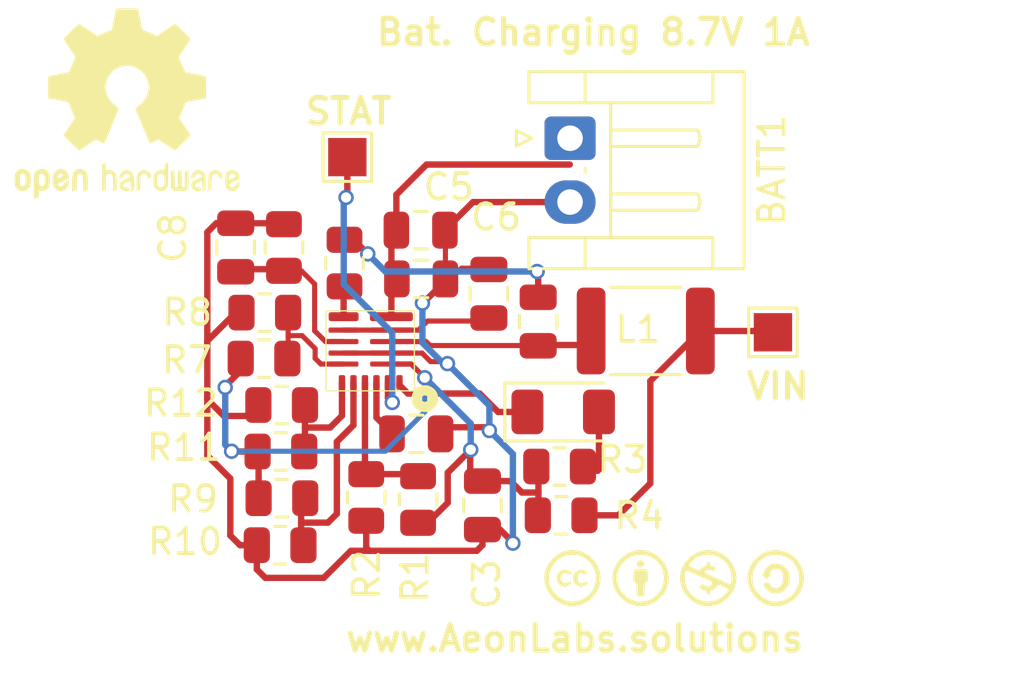
<source format=kicad_pcb>
(kicad_pcb (version 20211014) (generator pcbnew)
  (layers (0 "F.Cu" signal) (31 "B.Cu" signal) (34 "B.Paste" user) (35 "F.Paste" user) (36 "B.SilkS" user "B.Silkscreen") (37 "F.SilkS" user "F.Silkscreen") (38 "B.Mask" user) (39 "F.Mask" user) (44 "Edge.Cuts" user))
  (net 0 "")
  (net 1 "GND")
  (net 2 "BATTERY")
  (net 3 "Net-(U1-Pad16)")
  (net 4 "Net-(U1-Pad10)")
  (net 5 "Net-(U1-Pad3)")
  (net 6 "Net-(U1-Pad9)")
  (net 7 "Net-(R6-Pad1)")
  (net 8 "Net-(U1-Pad14)")
  (net 9 "Net-(U1-Pad1)")
  (net 10 "Net-(R3-Pad1)")
  (net 11 "VIN_DC5V0")
  (net 12 "NTC")
  (net 13 "Net-(U1-Pad11)")
  (net 14 "Net-(U1-Pad7)")
  (net 15 "Net-(U1-Pad5)")
  (net 16 "Net-(U1-Pad6)")
  (net 17 "SYSRT")
  (footprint "Resistor_SMD:R_0805_2012Metric" (layer "F.Cu") (at 129.5 71.3)
    (fp_text reference "R12" (at -3.94 -0.07) (layer "F.SilkS"))
    (fp_text value "110K")
    (pad "1" smd roundrect (at -0.9125 0) (size 1.025 1.4) (layers "F.Cu" "F.Paste" "F.Mask") (roundrect_rratio 0.243902) (net 1 "GND"))
    (pad "2" smd roundrect (at 0.9125 0) (size 1.025 1.4) (layers "F.Cu" "F.Paste" "F.Mask") (roundrect_rratio 0.243902) (net 16 "Net-(U1-Pad6)"))
  )
  (footprint "Capacitor_SMD:C_0805_2012Metric" (layer "F.Cu") (at 137.61 66.94 90)
    (fp_text reference "C4" hide)
    (fp_text value "10uF")
    (pad "1" smd roundrect (at -0.95 0 90) (size 1 1.45) (layers "F.Cu" "F.Paste" "F.Mask") (net 4 "Net-(U1-Pad10)"))
    (pad "2" smd roundrect (at 0.95 0 90) (size 1 1.45) (layers "F.Cu" "F.Paste" "F.Mask") (net 1 "GND"))
  )
  (footprint "Symbol:OSHW-Logo2_9.8x8mm_SilkScreen" (layer "F.Cu") (at 123.45 59.48)
    (fp_text reference "REF**" hide)
    (fp_text value "OSHW-Logo2_9.8x8mm_SilkScreen" hide)
  )
  (footprint "Resistor_SMD:R_0805_2012Metric" (layer "F.Cu") (at 134.84 75 90)
    (fp_text reference "R1" (at -3.07 -0.12 90) (layer "F.SilkS"))
    (fp_text value "10K")
    (pad "1" smd roundrect (at -0.9125 0 90) (size 1.025 1.4) (layers "F.Cu" "F.Paste" "F.Mask") (roundrect_rratio 0.243902) (net 3 "Net-(U1-Pad16)"))
    (pad "2" smd roundrect (at 0.9125 0 90) (size 1.025 1.4) (layers "F.Cu" "F.Paste" "F.Mask") (roundrect_rratio 0.243902) (net 12 "NTC"))
  )
  (footprint "AeonLabs Logosy:aeon creative commons logos" (layer "F.Cu") (at 144.8498 78.028532)
    (fp_text reference "G***" hide)
    (fp_text value "LOGO" hide)
  )
  (footprint "Resistor_SMD:R_0805_2012Metric" (layer "F.Cu") (at 129.51 74.95)
    (fp_text reference "R9" (at -3.48 0.03) (layer "F.SilkS"))
    (fp_text value "nc")
    (pad "1" smd roundrect (at -0.9125 0) (size 1.025 1.4) (layers "F.Cu" "F.Paste" "F.Mask") (roundrect_rratio 0.243902) (net 3 "Net-(U1-Pad16)"))
    (pad "2" smd roundrect (at 0.9125 0) (size 1.025 1.4) (layers "F.Cu" "F.Paste" "F.Mask") (roundrect_rratio 0.243902) (net 15 "Net-(U1-Pad5)"))
  )
  (footprint "Resistor_SMD:R_0805_2012Metric" (layer "F.Cu") (at 132.81 74.92 -90)
    (fp_text reference "R2" (at 3.03 -0.01 90) (layer "F.SilkS"))
    (fp_text value "10K")
    (pad "1" smd roundrect (at -0.9125 0 270) (size 1.025 1.4) (layers "F.Cu" "F.Paste" "F.Mask") (roundrect_rratio 0.243902) (net 12 "NTC"))
    (pad "2" smd roundrect (at 0.9125 0 270) (size 1.025 1.4) (layers "F.Cu" "F.Paste" "F.Mask") (roundrect_rratio 0.243902) (net 1 "GND"))
  )
  (footprint "Capacitor_SMD:C_0805_2012Metric" (layer "F.Cu") (at 134.94 64.45)
    (fp_text reference "C5" (at 1.1 -1.69) (layer "F.SilkS"))
    (fp_text value "10uF")
    (pad "1" smd roundrect (at -0.95 0) (size 1 1.45) (layers "F.Cu" "F.Paste" "F.Mask") (net 2 "BATTERY"))
    (pad "2" smd roundrect (at 0.95 0) (size 1 1.45) (layers "F.Cu" "F.Paste" "F.Mask") (net 1 "GND"))
  )
  (footprint "Capacitor_SMD:C_0805_2012Metric" (layer "F.Cu") (at 127.7 65.13 90)
    (fp_text reference "C8" (at 0.38 -2.46 90) (layer "F.SilkS"))
    (fp_text value "NC")
    (pad "1" smd roundrect (at -0.95 0 90) (size 1 1.45) (layers "F.Cu" "F.Paste" "F.Mask") (net 6 "Net-(U1-Pad9)"))
    (pad "2" smd roundrect (at 0.95 0 90) (size 1 1.45) (layers "F.Cu" "F.Paste" "F.Mask") (net 1 "GND"))
  )
  (footprint "Resistor_SMD:R_0805_2012Metric" (layer "F.Cu") (at 129.47 73.12)
    (fp_text reference "R11" (at -3.79 -0.16) (layer "F.SilkS"))
    (fp_text value "300K")
    (pad "1" smd roundrect (at -0.9125 0) (size 1.025 1.4) (layers "F.Cu" "F.Paste" "F.Mask") (roundrect_rratio 0.243902) (net 3 "Net-(U1-Pad16)"))
    (pad "2" smd roundrect (at 0.9125 0) (size 1.025 1.4) (layers "F.Cu" "F.Paste" "F.Mask") (roundrect_rratio 0.243902) (net 16 "Net-(U1-Pad6)"))
  )
  (footprint "Capacitor_SMD:C_0805_2012Metric" (layer "F.Cu") (at 137.36 75.23 -90)
    (fp_text reference "C3" (at 3.09 -0.16 90) (layer "F.SilkS"))
    (fp_text value "2.2uF")
    (pad "1" smd roundrect (at -0.95 0 270) (size 1 1.45) (layers "F.Cu" "F.Paste" "F.Mask") (net 3 "Net-(U1-Pad16)"))
    (pad "2" smd roundrect (at 0.95 0 270) (size 1 1.45) (layers "F.Cu" "F.Paste" "F.Mask") (net 1 "GND"))
  )
  (footprint "Resistor_SMD:R_0805_2012Metric" (layer "F.Cu") (at 129.59 65.13 -90)
    (fp_text reference "R5" hide)
    (fp_text value "10K")
    (pad "1" smd roundrect (at -0.9125 0 270) (size 1.025 1.4) (layers "F.Cu" "F.Paste" "F.Mask") (roundrect_rratio 0.243902) (net 1 "GND"))
    (pad "2" smd roundrect (at 0.9125 0 270) (size 1.025 1.4) (layers "F.Cu" "F.Paste" "F.Mask") (roundrect_rratio 0.243902) (net 6 "Net-(U1-Pad9)"))
  )
  (footprint "Capacitor_SMD:C_0805_2012Metric" (layer "F.Cu") (at 139.54 68.03 -90)
    (fp_text reference "C9" hide)
    (fp_text value "100nF")
    (pad "1" smd roundrect (at -0.95 0 270) (size 1 1.45) (layers "F.Cu" "F.Paste" "F.Mask") (net 7 "Net-(R6-Pad1)"))
    (pad "2" smd roundrect (at 0.95 0 270) (size 1 1.45) (layers "F.Cu" "F.Paste" "F.Mask") (net 8 "Net-(U1-Pad14)"))
  )
  (footprint "Capacitor_SMD:C_0805_2012Metric" (layer "F.Cu") (at 134.77 72.43)
    (fp_text reference "C7" hide)
    (fp_text value "1uF")
    (pad "1" smd roundrect (at -0.95 0) (size 1 1.45) (layers "F.Cu" "F.Paste" "F.Mask") (net 5 "Net-(U1-Pad3)"))
    (pad "2" smd roundrect (at 0.95 0) (size 1 1.45) (layers "F.Cu" "F.Paste" "F.Mask") (net 1 "GND"))
  )
  (footprint "Battery Chargers:SY6982E 7.4V 2A QFN3x3-16" (layer "F.Cu") (at 132.84 69.14 180)
    (fp_text reference "U1" hide)
    (fp_text value "SY6982_7V4_2A_QFN16")
    (pad "1" smd roundrect (at -1.27 -1.275 180) (size 0.25 0.575) (layers "F.Cu" "F.Paste" "F.Mask") (net 9 "Net-(U1-Pad1)"))
    (pad "2" smd roundrect (at -0.82 -1.275 180) (size 0.25 0.575) (layers "F.Cu" "F.Paste" "F.Mask") (net 17 "SYSRT"))
    (pad "3" smd roundrect (at -0.37 -1.275 180) (size 0.25 0.575) (layers "F.Cu" "F.Paste" "F.Mask") (net 5 "Net-(U1-Pad3)"))
    (pad "4" smd roundrect (at 0.08 -1.275 180) (size 0.25 0.575) (layers "F.Cu" "F.Paste" "F.Mask") (net 12 "NTC"))
    (pad "5" smd roundrect (at 0.53 -1.275 180) (size 0.25 0.575) (layers "F.Cu" "F.Paste" "F.Mask") (net 15 "Net-(U1-Pad5)"))
    (pad "6" smd roundrect (at 0.98 -1.275 180) (size 0.25 0.575) (layers "F.Cu" "F.Paste" "F.Mask") (net 16 "Net-(U1-Pad6)"))
    (pad "7" smd roundrect (at 0.92 -0.555 180) (size 1.17 0.2) (layers "F.Cu" "F.Paste" "F.Mask") (net 14 "Net-(U1-Pad7)"))
    (pad "8" smd roundrect (at 0.92 -0.125 180) (size 1.17 0.2) (layers "F.Cu" "F.Paste" "F.Mask") (net 1 "GND"))
    (pad "9" smd roundrect (at 0.92 0.325 180) (size 1.17 0.2) (layers "F.Cu" "F.Paste" "F.Mask") (net 6 "Net-(U1-Pad9)"))
    (pad "10" smd roundrect (at 0.92 0.775 180) (size 1.17 0.2) (layers "F.Cu" "F.Paste" "F.Mask") (net 4 "Net-(U1-Pad10)"))
    (pad "11" smd roundrect (at 0.915 1.3 180) (size 1.17 0.35) (layers "F.Cu" "F.Paste" "F.Mask") (net 13 "Net-(U1-Pad11)"))
    (pad "12" smd roundrect (at -0.955 1.3 180) (size 1.68 0.35) (layers "F.Cu" "F.Paste" "F.Mask") (net 2 "BATTERY"))
    (pad "13" smd roundrect (at -0.96 0.775 180) (size 1.68 0.2) (layers "F.Cu" "F.Paste" "F.Mask") (net 4 "Net-(U1-Pad10)"))
    (pad "14" smd roundrect (at -0.96 0.325 180) (size 1.68 0.2) (layers "F.Cu" "F.Paste" "F.Mask") (net 8 "Net-(U1-Pad14)"))
    (pad "15" smd roundrect (at -0.96 -0.125 180) (size 1.68 0.2) (layers "F.Cu" "F.Paste" "F.Mask") (net 1 "GND"))
    (pad "16" smd roundrect (at -0.965 -0.555 180) (size 1.68 0.2) (layers "F.Cu" "F.Paste" "F.Mask") (net 3 "Net-(U1-Pad16)"))
  )
  (footprint "LED_SMD:LED_1206_3216Metric" (layer "F.Cu") (at 140.52 71.57)
    (fp_text reference "D1" hide)
    (fp_text value "LED")
    (pad "1" smd roundrect (at -1.4 0) (size 1.25 1.75) (layers "F.Cu" "F.Paste" "F.Mask") (roundrect_rratio 0.2) (net 9 "Net-(U1-Pad1)"))
    (pad "2" smd roundrect (at 1.4 0) (size 1.25 1.75) (layers "F.Cu" "F.Paste" "F.Mask") (roundrect_rratio 0.2) (net 10 "Net-(R3-Pad1)"))
  )
  (footprint "Inductor_SMD:L_1812_4532Metric" (layer "F.Cu") (at 143.75 68.4 180)
    (fp_text reference "L1" (at 0.3 0.07) (layer "F.SilkS"))
    (fp_text value "2.2uH")
    (pad "1" smd roundrect (at -2.1375 0 180) (size 1.125 3.4) (layers "F.Cu" "F.Paste" "F.Mask") (roundrect_rratio 0.222222) (net 11 "VIN_DC5V0"))
    (pad "2" smd roundrect (at 2.1375 0 180) (size 1.125 3.4) (layers "F.Cu" "F.Paste" "F.Mask") (roundrect_rratio 0.222222) (net 8 "Net-(U1-Pad14)"))
  )
  (footprint "Capacitor_SMD:C_0805_2012Metric" (layer "F.Cu") (at 134.96 66.36)
    (fp_text reference "C6" (at 2.93 -2.42) (layer "F.SilkS"))
    (fp_text value "10uF")
    (pad "1" smd roundrect (at -0.95 0) (size 1 1.45) (layers "F.Cu" "F.Paste" "F.Mask") (net 2 "BATTERY"))
    (pad "2" smd roundrect (at 0.95 0) (size 1 1.45) (layers "F.Cu" "F.Paste" "F.Mask") (net 1 "GND"))
  )
  (footprint "Connector_JST:JST_EH_S2B-EH_1x02_P2.50mm_Horizontal" (layer "F.Cu") (at 140.7875 60.85 -90)
    (fp_text reference "BATT1" (at 1.25 -7.9 90) (layer "F.SilkS"))
    (fp_text value "8V4 - 8V7")
    (pad "1" thru_hole roundrect (at 0 0 270) (size 1.7 2) (drill 1) (layers *.Cu *.Mask) (roundrect_rratio 0.147059) (net 2 "BATTERY"))
    (pad "2" thru_hole oval (at 2.5 0 270) (size 1.7 2) (drill 1) (layers *.Cu *.Mask) (net 1 "GND"))
  )
  (footprint "TestPoint:TestPoint_Pad_1.5x1.5mm" (layer "F.Cu") (at 132.07 61.59)
    (fp_text reference "REF**" hide)
    (fp_text value "TestPoint_Pad_1.5x1.5mm")
    (pad "1" smd rect (at 0 0) (size 1.5 1.5) (layers "F.Cu" "F.Mask"))
  )
  (footprint "TestPoint:TestPoint_Pad_1.5x1.5mm" (layer "F.Cu") (at 148.73 68.45)
    (fp_text reference "REF**" hide)
    (fp_text value "TestPoint_Pad_1.5x1.5mm")
    (pad "1" smd rect (at 0 0) (size 1.5 1.5) (layers "F.Cu" "F.Mask"))
  )
  (footprint "Resistor_SMD:R_0805_2012Metric" (layer "F.Cu") (at 140.44 75.62 180)
    (fp_text reference "R4" (at -3.06 -0.02) (layer "F.SilkS"))
    (fp_text value "1R")
    (pad "1" smd roundrect (at -0.9125 0 180) (size 1.025 1.4) (layers "F.Cu" "F.Paste" "F.Mask") (roundrect_rratio 0.243902) (net 11 "VIN_DC5V0"))
    (pad "2" smd roundrect (at 0.9125 0 180) (size 1.025 1.4) (layers "F.Cu" "F.Paste" "F.Mask") (roundrect_rratio 0.243902) (net 3 "Net-(U1-Pad16)"))
  )
  (footprint "Resistor_SMD:R_0805_2012Metric" (layer "F.Cu") (at 128.84 67.68)
    (fp_text reference "R8" (at -3.04 -0.01) (layer "F.SilkS"))
    (fp_text value "NC")
    (pad "1" smd roundrect (at -0.9125 0) (size 1.025 1.4) (layers "F.Cu" "F.Paste" "F.Mask") (roundrect_rratio 0.243902) (net 1 "GND"))
    (pad "2" smd roundrect (at 0.9125 0) (size 1.025 1.4) (layers "F.Cu" "F.Paste" "F.Mask") (roundrect_rratio 0.243902) (net 14 "Net-(U1-Pad7)"))
  )
  (footprint "Resistor_SMD:R_0805_2012Metric" (layer "F.Cu") (at 129.44 76.79)
    (fp_text reference "R10" (at -3.72 -0.14) (layer "F.SilkS"))
    (fp_text value "10K")
    (pad "1" smd roundrect (at -0.9125 0) (size 1.025 1.4) (layers "F.Cu" "F.Paste" "F.Mask") (roundrect_rratio 0.243902) (net 1 "GND"))
    (pad "2" smd roundrect (at 0.9125 0) (size 1.025 1.4) (layers "F.Cu" "F.Paste" "F.Mask") (roundrect_rratio 0.243902) (net 15 "Net-(U1-Pad5)"))
  )
  (footprint "Resistor_SMD:R_0805_2012Metric" (layer "F.Cu") (at 140.38 73.71 180)
    (fp_text reference "R3" (at -2.46 0.28) (layer "F.SilkS"))
    (fp_text value "2K")
    (pad "1" smd roundrect (at -0.9125 0 180) (size 1.025 1.4) (layers "F.Cu" "F.Paste" "F.Mask") (roundrect_rratio 0.243902) (net 10 "Net-(R3-Pad1)"))
    (pad "2" smd roundrect (at 0.9125 0 180) (size 1.025 1.4) (layers "F.Cu" "F.Paste" "F.Mask") (roundrect_rratio 0.243902) (net 3 "Net-(U1-Pad16)"))
  )
  (footprint "Resistor_SMD:R_0805_2012Metric" (layer "F.Cu") (at 131.96 65.74 -90)
    (fp_text reference "R6" hide)
    (fp_text value "0R")
    (pad "1" smd roundrect (at -0.9125 0 270) (size 1.025 1.4) (layers "F.Cu" "F.Paste" "F.Mask") (roundrect_rratio 0.243902) (net 7 "Net-(R6-Pad1)"))
    (pad "2" smd roundrect (at 0.9125 0 270) (size 1.025 1.4) (layers "F.Cu" "F.Paste" "F.Mask") (roundrect_rratio 0.243902) (net 13 "Net-(U1-Pad11)"))
  )
  (footprint "Resistor_SMD:R_0805_2012Metric" (layer "F.Cu") (at 128.81 69.48)
    (fp_text reference "R7" (at -3.02 0.06) (layer "F.SilkS"))
    (fp_text value "10K")
    (pad "1" smd roundrect (at -0.9125 0) (size 1.025 1.4) (layers "F.Cu" "F.Paste" "F.Mask") (roundrect_rratio 0.243902) (net 3 "Net-(U1-Pad16)"))
    (pad "2" smd roundrect (at 0.9125 0) (size 1.025 1.4) (layers "F.Cu" "F.Paste" "F.Mask") (roundrect_rratio 0.243902) (net 14 "Net-(U1-Pad7)"))
  )
  (gr_text "Bat. Charging 8.7V 1A" (at 141.69 56.7) (layer "F.SilkS") (effects (font (size 1 1) (thickness 0.2))))
  (gr_text "www.AeonLabs.solutions" (at 140.97 80.45) (layer "F.SilkS") (effects (font (size 1 1) (thickness 0.2))))
  (gr_text "VIN" (at 148.92 70.57) (layer "F.SilkS") (effects (font (size 1 1) (thickness 0.2))))
  (gr_text "STAT" (at 132.12 59.8) (layer "F.SilkS") (effects (font (size 1 1) (thickness 0.2))))
  (segment (start 129.5525 64.18) (end 129.59 64.2175) (width 0.25) (layer "F.Cu") (net 1))
  (segment (start 135.72 72.43) (end 135.72 72.42) (width 0.25) (layer "F.Cu") (net 1))
  (segment (start 132.81 75.8325) (end 132.81 76.41) (width 0.25) (layer "F.Cu") (net 1))
  (segment (start 135.91 66.36) (end 135.91 64.47) (width 0.2) (layer "F.Cu") (net 1))
  (segment (start 128.5275 77.7375) (end 128.5275 76.79) (width 0.25) (layer "F.Cu") (net 1))
  (segment (start 137.14 77.01) (end 137.36 76.79) (width 0.25) (layer "F.Cu") (net 1))
  (segment (start 132.21 77.01) (end 131.15 78.07) (width 0.25) (layer "F.Cu") (net 1))
  (segment (start 135.91 64.47) (end 135.89 64.45) (width 0.2) (layer "F.Cu") (net 1))
  (segment (start 127.24 71.73) (end 126.59 71.08) (width 0.25) (layer "F.Cu") (net 1))
  (segment (start 140.7875 63.35) (end 136.99 63.35) (width 0.25) (layer "F.Cu") (net 1))
  (segment (start 126.59 68.79) (end 127.7 67.68) (width 0.25) (layer "F.Cu") (net 1))
  (segment (start 126.59 73.28) (end 127.49 74.18) (width 0.25) (layer "F.Cu") (net 1))
  (segment (start 135.97 72.17) (end 137.5 72.17) (width 0.25) (layer "F.Cu") (net 1))
  (segment (start 126.94 64.18) (end 127.7 64.18) (width 0.25) (layer "F.Cu") (net 1))
  (segment (start 131.15 78.07) (end 128.86 78.07) (width 0.25) (layer "F.Cu") (net 1))
  (segment (start 126.59 71.08) (end 126.59 70.77) (width 0.25) (layer "F.Cu") (net 1))
  (segment (start 134.995 69.265) (end 135.33 69.6) (width 0.2) (layer "F.Cu") (net 1))
  (segment (start 126.59 69.09) (end 126.59 68.79) (width 0.25) (layer "F.Cu") (net 1))
  (segment (start 138.05 76.18) (end 138.5 76.63) (width 0.25) (layer "F.Cu") (net 1))
  (segment (start 126.59 70.77) (end 126.59 73.28) (width 0.25) (layer "F.Cu") (net 1))
  (segment (start 132.81 76.89) (end 132.93 77.01) (width 0.25) (layer "F.Cu") (net 1))
  (segment (start 137.5 72.17) (end 137.63 72.3) (width 0.25) (layer "F.Cu") (net 1))
  (segment (start 132.93 77.01) (end 137.14 77.01) (width 0.25) (layer "F.Cu") (net 1))
  (segment (start 126.59 70.77) (end 126.59 69.09) (width 0.25) (layer "F.Cu") (net 1))
  (segment (start 127.49 74.18) (end 127.49 76.41) (width 0.25) (layer "F.Cu") (net 1))
  (segment (start 127.7 67.68) (end 127.9275 67.68) (width 0.25) (layer "F.Cu") (net 1))
  (segment (start 137.36 76.79) (end 137.36 76.18) (width 0.25) (layer "F.Cu") (net 1))
  (segment (start 126.59 64.53) (end 126.94 64.18) (width 0.25) (layer "F.Cu") (net 1))
  (segment (start 135.91 66.36) (end 135.91 66.43) (width 0.2) (layer "F.Cu") (net 1))
  (segment (start 132.21 77.01) (end 132.93 77.01) (width 0.25) (layer "F.Cu") (net 1))
  (segment (start 135.33 69.6) (end 136.11 69.6) (width 0.2) (layer "F.Cu") (net 1))
  (segment (start 126.59 69.09) (end 126.59 64.53) (width 0.25) (layer "F.Cu") (net 1))
  (segment (start 135.91 66.36) (end 136.12 66.36) (width 0.2) (layer "F.Cu") (net 1))
  (segment (start 127.49 76.41) (end 127.87 76.79) (width 0.25) (layer "F.Cu") (net 1))
  (segment (start 133.8 69.265) (end 131.92 69.265) (width 0.2) (layer "F.Cu") (net 1))
  (segment (start 127.7 64.18) (end 129.5525 64.18) (width 0.25) (layer "F.Cu") (net 1))
  (segment (start 135.72 72.42) (end 135.97 72.17) (width 0.25) (layer "F.Cu") (net 1))
  (segment (start 127.87 76.79) (end 128.5275 76.79) (width 0.25) (layer "F.Cu") (net 1))
  (segment (start 128.5875 71.73) (end 127.24 71.73) (width 0.25) (layer "F.Cu") (net 1))
  (segment (start 136.54 65.94) (end 137.56 65.94) (width 0.2) (layer "F.Cu") (net 1))
  (segment (start 128.86 78.07) (end 128.5275 77.7375) (width 0.25) (layer "F.Cu") (net 1))
  (segment (start 133.8 69.265) (end 134.995 69.265) (width 0.2) (layer "F.Cu") (net 1))
  (segment (start 136.99 63.35) (end 135.89 64.45) (width 0.25) (layer "F.Cu") (net 1))
  (segment (start 135.91 66.43) (end 135.09 67.25) (width 0.25) (layer "F.Cu") (net 1))
  (segment (start 137.36 76.18) (end 138.05 76.18) (width 0.25) (layer "F.Cu") (net 1))
  (segment (start 136.12 66.36) (end 136.54 65.94) (width 0.2) (layer "F.Cu") (net 1))
  (segment (start 132.81 75.8325) (end 132.81 76.89) (width 0.25) (layer "F.Cu") (net 1))
  (segment (start 137.56 65.94) (end 137.61 65.99) (width 0.2) (layer "F.Cu") (net 1))
  (via (at 135.01 67.31) (size 0.6) (drill 0.4) (layers "F.Cu" "B.Cu") (net 1))
  (via (at 135.99 69.68) (size 0.6) (drill 0.4) (layers "F.Cu" "B.Cu") (net 1))
  (via (at 138.55 76.71) (size 0.6) (drill 0.4) (layers "F.Cu" "B.Cu") (net 1))
  (via (at 137.63 72.3) (size 0.6) (drill 0.4) (layers "F.Cu" "B.Cu") (net 1))
  (segment (start 135.99 69.68) (end 135.83 69.68) (width 0.25) (layer "B.Cu") (net 1))
  (segment (start 135.01 68.86) (end 135.01 67.31) (width 0.25) (layer "B.Cu") (net 1))
  (segment (start 137.63 72.3) (end 138.55 73.22) (width 0.25) (layer "B.Cu") (net 1))
  (segment (start 138.55 73.22) (end 138.55 76.71) (width 0.25) (layer "B.Cu") (net 1))
  (segment (start 137.63 71.32) (end 135.99 69.68) (width 0.25) (layer "B.Cu") (net 1))
  (segment (start 135.83 69.68) (end 135.01 68.86) (width 0.25) (layer "B.Cu") (net 1))
  (segment (start 137.63 72.3) (end 137.63 71.32) (width 0.25) (layer "B.Cu") (net 1))
  (segment (start 137.68 72.25) (end 137.63 72.3) (width 0.25) (layer "B.Cu") (net 1))
  (segment (start 133.99 64.45) (end 133.99 63.06) (width 0.25) (layer "F.Cu") (net 2))
  (segment (start 133.99 63.06) (end 135.17 61.88) (width 0.25) (layer "F.Cu") (net 2))
  (segment (start 133.795 67.84) (end 133.795 64.645) (width 0.25) (layer "F.Cu") (net 2))
  (segment (start 133.795 64.645) (end 133.99 64.45) (width 0.25) (layer "F.Cu") (net 2))
  (segment (start 135.17 61.88) (end 140.7775 61.88) (width 0.25) (layer "F.Cu") (net 2))
  (segment (start 136 73.95) (end 136.9 73.05) (width 0.25) (layer "F.Cu") (net 3))
  (segment (start 139.55 74.7275) (end 138.9025 74.7275) (width 0.25) (layer "F.Cu") (net 3))
  (segment (start 128.1775 73.12) (end 127.64 73.12) (width 0.25) (layer "F.Cu") (net 3))
  (segment (start 134.84 75.9125) (end 135.2175 75.9125) (width 0.25) (layer "F.Cu") (net 3))
  (segment (start 136 75.13) (end 136 73.95) (width 0.25) (layer "F.Cu") (net 3))
  (segment (start 135.2175 75.9125) (end 136 75.13) (width 0.25) (layer "F.Cu") (net 3))
  (segment (start 128.5975 73.16) (end 128.5575 73.12) (width 0.25) (layer "F.Cu") (net 3))
  (segment (start 127.8975 69.9525) (end 127.38 70.47) (width 0.25) (layer "F.Cu") (net 3))
  (segment (start 133.805 69.695) (end 134.565 69.695) (width 0.2) (layer "F.Cu") (net 3))
  (segment (start 139.55 74.7275) (end 139.55 75.73) (width 0.25) (layer "F.Cu") (net 3))
  (segment (start 134.565 69.695) (end 135.1 70.23) (width 0.2) (layer "F.Cu") (net 3))
  (segment (start 139.55 73.88) (end 139.55 74.7275) (width 0.25) (layer "F.Cu") (net 3))
  (segment (start 138.9025 74.7275) (end 138.455 74.28) (width 0.25) (layer "F.Cu") (net 3))
  (segment (start 127.8975 69.48) (end 127.8975 69.9525) (width 0.25) (layer "F.Cu") (net 3))
  (segment (start 128.5975 74.95) (end 128.5975 73.16) (width 0.25) (layer "F.Cu") (net 3))
  (segment (start 136.88 74.07) (end 136.88 73.14) (width 0.25) (layer "F.Cu") (net 3))
  (segment (start 137.36 74.28) (end 138.455 74.28) (width 0.25) (layer "F.Cu") (net 3))
  (via (at 136.9 73.05) (size 0.6) (drill 0.4) (layers "F.Cu" "B.Cu") (net 3))
  (via (at 127.54 73.11) (size 0.6) (drill 0.4) (layers "F.Cu" "B.Cu") (net 3))
  (via (at 135.1 70.23) (size 0.6) (drill 0.4) (layers "F.Cu" "B.Cu") (net 3))
  (via (at 127.29 70.61) (size 0.6) (drill 0.4) (layers "F.Cu" "B.Cu") (net 3))
  (segment (start 127.29 70.61) (end 127.29 72.86) (width 0.25) (layer "B.Cu") (net 3))
  (segment (start 136.9 72.58) (end 136.9 72.03) (width 0.25) (layer "B.Cu") (net 3))
  (segment (start 127.29 72.86) (end 127.54 73.11) (width 0.25) (layer "B.Cu") (net 3))
  (segment (start 135.1 70.23) (end 135.1 71.57) (width 0.2) (layer "B.Cu") (net 3))
  (segment (start 133.56 73.11) (end 127.54 73.11) (width 0.2) (layer "B.Cu") (net 3))
  (segment (start 136.9 72.58) (end 136.9 73.05) (width 0.25) (layer "B.Cu") (net 3))
  (segment (start 136.9 72.03) (end 135.1 70.23) (width 0.25) (layer "B.Cu") (net 3))
  (segment (start 135.1 71.57) (end 133.56 73.11) (width 0.2) (layer "B.Cu") (net 3))
  (segment (start 135.21 68.01) (end 137.49 68.01) (width 0.2) (layer "F.Cu") (net 4))
  (segment (start 134.855 68.365) (end 135.21 68.01) (width 0.2) (layer "F.Cu") (net 4))
  (segment (start 133.8 68.365) (end 134.855 68.365) (width 0.2) (layer "F.Cu") (net 4))
  (segment (start 131.92 68.365) (end 133.8 68.365) (width 0.2) (layer "F.Cu") (net 4))
  (segment (start 137.49 68.01) (end 137.61 67.89) (width 0.2) (layer "F.Cu") (net 4))
  (segment (start 133.21 70.415) (end 133.21 71.79) (width 0.25) (layer "F.Cu") (net 5))
  (segment (start 133.21 71.79) (end 133.77 72.35) (width 0.25) (layer "F.Cu") (net 5))
  (segment (start 130.2725 66.0425) (end 129.59 66.0425) (width 0.2) (layer "F.Cu") (net 6))
  (segment (start 130.79 66.56) (end 130.2725 66.0425) (width 0.2) (layer "F.Cu") (net 6))
  (segment (start 131.92 68.815) (end 131.215 68.815) (width 0.2) (layer "F.Cu") (net 6))
  (segment (start 127.7 65.98) (end 129.5275 65.98) (width 0.25) (layer "F.Cu") (net 6))
  (segment (start 131.215 68.815) (end 130.79 68.39) (width 0.2) (layer "F.Cu") (net 6))
  (segment (start 130.79 68.39) (end 130.79 66.56) (width 0.2) (layer "F.Cu") (net 6))
  (segment (start 132.3175 64.8275) (end 132.87 65.38) (width 0.25) (layer "F.Cu") (net 7))
  (segment (start 131.96 64.8275) (end 131.96 64.43) (width 0.25) (layer "F.Cu") (net 7))
  (segment (start 139.54 67.08) (end 139.54 66.06) (width 0.25) (layer "F.Cu") (net 7))
  (segment (start 131.96 64.8275) (end 132.3175 64.8275) (width 0.25) (layer "F.Cu") (net 7))
  (via (at 139.5 66.07) (size 0.6) (drill 0.4) (layers "F.Cu" "B.Cu") (net 7))
  (via (at 132.87 65.38) (size 0.6) (drill 0.4) (layers "F.Cu" "B.Cu") (net 7))
  (segment (start 133.56 66.07) (end 132.87 65.38) (width 0.25) (layer "B.Cu") (net 7))
  (segment (start 139.5 66.07) (end 133.56 66.07) (width 0.25) (layer "B.Cu") (net 7))
  (segment (start 141.31125 68.95) (end 139.94875 68.95) (width 0.25) (layer "F.Cu") (net 8))
  (segment (start 135.31 68.97) (end 139.46 68.97) (width 0.2) (layer "F.Cu") (net 8))
  (segment (start 139.46 68.97) (end 139.57 69.08) (width 0.2) (layer "F.Cu") (net 8))
  (segment (start 141.5725 68.44) (end 141.6125 68.4) (width 0.25) (layer "F.Cu") (net 8))
  (segment (start 135.155 68.815) (end 135.31 68.97) (width 0.2) (layer "F.Cu") (net 8))
  (segment (start 133.8 68.815) (end 135.155 68.815) (width 0.2) (layer "F.Cu") (net 8))
  (segment (start 137.25 70.85) (end 137.97 71.57) (width 0.25) (layer "F.Cu") (net 9))
  (segment (start 134.44 70.85) (end 137.25 70.85) (width 0.25) (layer "F.Cu") (net 9))
  (segment (start 134.11 70.52) (end 134.44 70.85) (width 0.25) (layer "F.Cu") (net 9))
  (segment (start 137.97 71.57) (end 139.12 71.57) (width 0.25) (layer "F.Cu") (net 9))
  (segment (start 134.11 70.415) (end 134.11 70.52) (width 0.25) (layer "F.Cu") (net 9))
  (segment (start 141.92 73.8225) (end 141.8625 73.88) (width 0.25) (layer "F.Cu") (net 10))
  (segment (start 141.92 71.57) (end 141.92 73.8225) (width 0.25) (layer "F.Cu") (net 10))
  (segment (start 142.68 75.62) (end 143.93 74.37) (width 0.25) (layer "F.Cu") (net 11))
  (segment (start 143.93 74.37) (end 143.93 70.3575) (width 0.25) (layer "F.Cu") (net 11))
  (segment (start 145.8875 68.4) (end 148.32 68.4) (width 0.25) (layer "F.Cu") (net 11))
  (segment (start 141.3525 75.62) (end 142.68 75.62) (width 0.25) (layer "F.Cu") (net 11))
  (segment (start 143.93 70.3575) (end 145.8875 68.4) (width 0.25) (layer "F.Cu") (net 11))
  (segment (start 132.76 73.9575) (end 132.81 74.0075) (width 0.25) (layer "F.Cu") (net 12))
  (segment (start 132.81 74.0075) (end 134.76 74.0075) (width 0.25) (layer "F.Cu") (net 12))
  (segment (start 134.76 74.0075) (end 134.84 74.0875) (width 0.25) (layer "F.Cu") (net 12))
  (segment (start 132.76 70.415) (end 132.76 73.9575) (width 0.25) (layer "F.Cu") (net 12))
  (segment (start 131.925 66.6575) (end 131.96 66.6225) (width 0.25) (layer "F.Cu") (net 13))
  (segment (start 131.925 67.84) (end 131.925 66.6575) (width 0.25) (layer "F.Cu") (net 13))
  (segment (start 129.7525 68.5825) (end 130.3025 68.5825) (width 0.2) (layer "F.Cu") (net 14))
  (segment (start 129.92 68.19) (end 129.92 67.4825) (width 0.2) (layer "F.Cu") (net 14))
  (segment (start 129.8575 67.42) (end 129.92 67.4825) (width 0.25) (layer "F.Cu") (net 14))
  (segment (start 130.81 69.09) (end 130.81 69.47) (width 0.2) (layer "F.Cu") (net 14))
  (segment (start 129.7525 69.45) (end 129.7225 69.48) (width 0.25) (layer "F.Cu") (net 14))
  (segment (start 131.035 69.695) (end 131.92 69.695) (width 0.2) (layer "F.Cu") (net 14))
  (segment (start 130.3025 68.5825) (end 130.81 69.09) (width 0.2) (layer "F.Cu") (net 14))
  (segment (start 130.81 69.47) (end 131.035 69.695) (width 0.2) (layer "F.Cu") (net 14))
  (segment (start 129.78 69.4725) (end 129.7725 69.48) (width 0.25) (layer "F.Cu") (net 14))
  (segment (start 129.7525 67.68) (end 129.7525 68.5825) (width 0.2) (layer "F.Cu") (net 14))
  (segment (start 129.7525 68.5825) (end 129.7525 69.45) (width 0.2) (layer "F.Cu") (net 14))
  (segment (start 132.31 72.09) (end 131.66 72.74) (width 0.25) (layer "F.Cu") (net 15))
  (segment (start 130.2625 75.4075) (end 130.2625 75.9075) (width 0.25) (layer "F.Cu") (net 15))
  (segment (start 131.66 75.56) (end 131.3125 75.9075) (width 0.25) (layer "F.Cu") (net 15))
  (segment (start 132.31 70.415) (end 132.31 72.09) (width 0.25) (layer "F.Cu") (net 15))
  (segment (start 131.66 72.74) (end 131.66 75.56) (width 0.25) (layer "F.Cu") (net 15))
  (segment (start 130.2625 74.49) (end 130.2625 75.4075) (width 0.25) (layer "F.Cu") (net 15))
  (segment (start 130.2625 75.9075) (end 130.2625 76.36) (width 0.25) (layer "F.Cu") (net 15))
  (segment (start 131.3125 75.9075) (end 130.2625 75.9075) (width 0.25) (layer "F.Cu") (net 15))
  (segment (start 130.2625 76.36) (end 130.2525 76.37) (width 0.25) (layer "F.Cu") (net 15))
  (segment (start 131.86 71.72) (end 131.3975 72.1825) (width 0.25) (layer "F.Cu") (net 16))
  (segment (start 130.0325 73.09) (end 130.0025 73.12) (width 0.25) (layer "F.Cu") (net 16))
  (segment (start 131.3975 72.1825) (end 130.4125 72.1825) (width 0.25) (layer "F.Cu") (net 16))
  (segment (start 130.4125 71.3) (end 130.4125 72.1825) (width 0.25) (layer "F.Cu") (net 16))
  (segment (start 130.4125 72.1825) (end 130.4125 73.09) (width 0.25) (layer "F.Cu") (net 16))
  (segment (start 131.86 70.415) (end 131.86 71.72) (width 0.25) (layer "F.Cu") (net 16))
  (segment (start 133.66 71.03) (end 133.83 71.2) (width 0.25) (layer "F.Cu") (net 17))
  (segment (start 133.66 70.415) (end 133.66 71.03) (width 0.25) (layer "F.Cu") (net 17))
  (segment (start 132.07 61.59) (end 132.07 63.12) (width 0.25) (layer "F.Cu") (net 17))
  (segment (start 132.07 63.12) (end 132.02 63.17) (width 0.25) (layer "F.Cu") (net 17))
  (via (at 132.02 63.17) (size 0.6) (drill 0.4) (layers "F.Cu" "B.Cu") (net 17))
  (via (at 133.83 71.2) (size 0.6) (drill 0.4) (layers "F.Cu" "B.Cu") (net 17))
  (segment (start 133.83 71.2) (end 133.83 68.47) (width 0.25) (layer "B.Cu") (net 17))
  (segment (start 131.93 66.57) (end 131.93 63.18) (width 0.25) (layer "B.Cu") (net 17))
  (segment (start 133.125 67.765) (end 131.93 66.57) (width 0.25) (layer "B.Cu") (net 17))
  (segment (start 133.83 68.47) (end 133.125 67.765) (width 0.25) (layer "B.Cu") (net 17))
)
</source>
